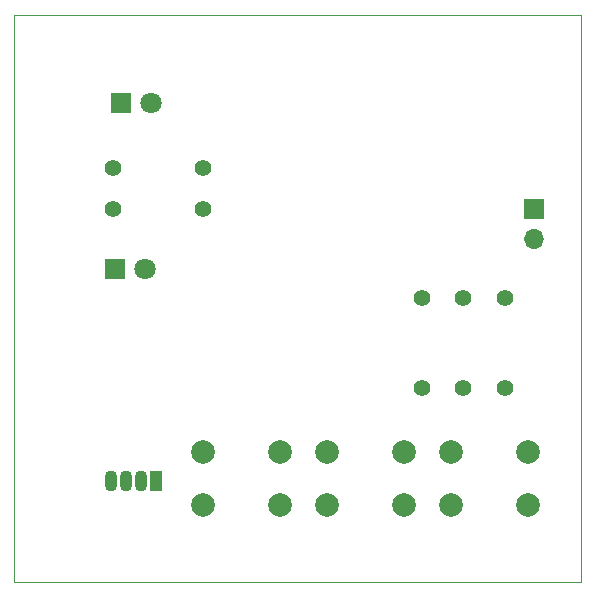
<source format=gbr>
G04 #@! TF.GenerationSoftware,KiCad,Pcbnew,(5.1.0)-1*
G04 #@! TF.CreationDate,2019-10-06T22:43:46-05:00*
G04 #@! TF.ProjectId,HHV_2019_SC,4848565f-3230-4313-995f-53432e6b6963,rev?*
G04 #@! TF.SameCoordinates,Original*
G04 #@! TF.FileFunction,Copper,L2,Bot*
G04 #@! TF.FilePolarity,Positive*
%FSLAX46Y46*%
G04 Gerber Fmt 4.6, Leading zero omitted, Abs format (unit mm)*
G04 Created by KiCad (PCBNEW (5.1.0)-1) date 2019-10-06 22:43:46*
%MOMM*%
%LPD*%
G04 APERTURE LIST*
G04 #@! TA.AperFunction,NonConductor*
%ADD10C,0.050000*%
G04 #@! TD*
G04 #@! TA.AperFunction,ComponentPad*
%ADD11C,1.800000*%
G04 #@! TD*
G04 #@! TA.AperFunction,ComponentPad*
%ADD12R,1.800000X1.800000*%
G04 #@! TD*
G04 #@! TA.AperFunction,ComponentPad*
%ADD13O,1.070000X1.800000*%
G04 #@! TD*
G04 #@! TA.AperFunction,ComponentPad*
%ADD14R,1.070000X1.800000*%
G04 #@! TD*
G04 #@! TA.AperFunction,ComponentPad*
%ADD15R,1.700000X1.700000*%
G04 #@! TD*
G04 #@! TA.AperFunction,ComponentPad*
%ADD16O,1.700000X1.700000*%
G04 #@! TD*
G04 #@! TA.AperFunction,ComponentPad*
%ADD17C,1.400000*%
G04 #@! TD*
G04 #@! TA.AperFunction,ComponentPad*
%ADD18C,2.000000*%
G04 #@! TD*
G04 APERTURE END LIST*
D10*
X90000000Y-98000000D02*
X90000000Y-50000000D01*
X138000000Y-98000000D02*
X90000000Y-98000000D01*
X138000000Y-50000000D02*
X138000000Y-98000000D01*
X90000000Y-50000000D02*
X138000000Y-50000000D01*
D11*
G04 #@! TO.P,D1,2*
G04 #@! TO.N,Net-(D1-Pad2)*
X101540000Y-57500000D03*
D12*
G04 #@! TO.P,D1,1*
G04 #@! TO.N,GND*
X99000000Y-57500000D03*
G04 #@! TD*
D11*
G04 #@! TO.P,D2,2*
G04 #@! TO.N,Net-(D2-Pad2)*
X101040000Y-71500000D03*
D12*
G04 #@! TO.P,D2,1*
G04 #@! TO.N,GND*
X98500000Y-71500000D03*
G04 #@! TD*
D13*
G04 #@! TO.P,D5,4*
G04 #@! TO.N,Net-(D5-Pad4)*
X98190000Y-89500000D03*
G04 #@! TO.P,D5,3*
G04 #@! TO.N,Net-(D5-Pad3)*
X99460000Y-89500000D03*
G04 #@! TO.P,D5,2*
G04 #@! TO.N,GND*
X100730000Y-89500000D03*
D14*
G04 #@! TO.P,D5,1*
G04 #@! TO.N,Net-(D5-Pad1)*
X102000000Y-89500000D03*
G04 #@! TD*
D15*
G04 #@! TO.P,J1,1*
G04 #@! TO.N,GND*
X134000000Y-66500000D03*
D16*
G04 #@! TO.P,J1,2*
G04 #@! TO.N,POS*
X134000000Y-69040000D03*
G04 #@! TD*
D17*
G04 #@! TO.P,R1,1*
G04 #@! TO.N,POS*
X106000000Y-63000000D03*
G04 #@! TO.P,R1,2*
G04 #@! TO.N,Net-(D1-Pad2)*
X98380000Y-63000000D03*
G04 #@! TD*
G04 #@! TO.P,R2,2*
G04 #@! TO.N,Net-(D2-Pad2)*
X98380000Y-66500000D03*
G04 #@! TO.P,R2,1*
G04 #@! TO.N,POS*
X106000000Y-66500000D03*
G04 #@! TD*
G04 #@! TO.P,R5,1*
G04 #@! TO.N,POS*
X124500000Y-74000000D03*
G04 #@! TO.P,R5,2*
G04 #@! TO.N,Net-(R5-Pad2)*
X124500000Y-81620000D03*
G04 #@! TD*
G04 #@! TO.P,R7,2*
G04 #@! TO.N,Net-(R7-Pad2)*
X131500000Y-81620000D03*
G04 #@! TO.P,R7,1*
G04 #@! TO.N,POS*
X131500000Y-74000000D03*
G04 #@! TD*
G04 #@! TO.P,R6,1*
G04 #@! TO.N,POS*
X128000000Y-74000000D03*
G04 #@! TO.P,R6,2*
G04 #@! TO.N,Net-(R6-Pad2)*
X128000000Y-81620000D03*
G04 #@! TD*
D18*
G04 #@! TO.P,S1,1*
G04 #@! TO.N,Net-(D5-Pad1)*
X106000000Y-91500000D03*
G04 #@! TO.P,S1,2*
G04 #@! TO.N,Net-(R5-Pad2)*
X106000000Y-87000000D03*
G04 #@! TO.P,S1,1*
G04 #@! TO.N,Net-(D5-Pad1)*
X112500000Y-91500000D03*
G04 #@! TO.P,S1,2*
G04 #@! TO.N,Net-(R5-Pad2)*
X112500000Y-87000000D03*
G04 #@! TD*
G04 #@! TO.P,S3,2*
G04 #@! TO.N,Net-(R7-Pad2)*
X133500000Y-87000000D03*
G04 #@! TO.P,S3,1*
G04 #@! TO.N,Net-(D5-Pad4)*
X133500000Y-91500000D03*
G04 #@! TO.P,S3,2*
G04 #@! TO.N,Net-(R7-Pad2)*
X127000000Y-87000000D03*
G04 #@! TO.P,S3,1*
G04 #@! TO.N,Net-(D5-Pad4)*
X127000000Y-91500000D03*
G04 #@! TD*
G04 #@! TO.P,S2,1*
G04 #@! TO.N,Net-(D5-Pad3)*
X116500000Y-91500000D03*
G04 #@! TO.P,S2,2*
G04 #@! TO.N,Net-(R6-Pad2)*
X116500000Y-87000000D03*
G04 #@! TO.P,S2,1*
G04 #@! TO.N,Net-(D5-Pad3)*
X123000000Y-91500000D03*
G04 #@! TO.P,S2,2*
G04 #@! TO.N,Net-(R6-Pad2)*
X123000000Y-87000000D03*
G04 #@! TD*
M02*

</source>
